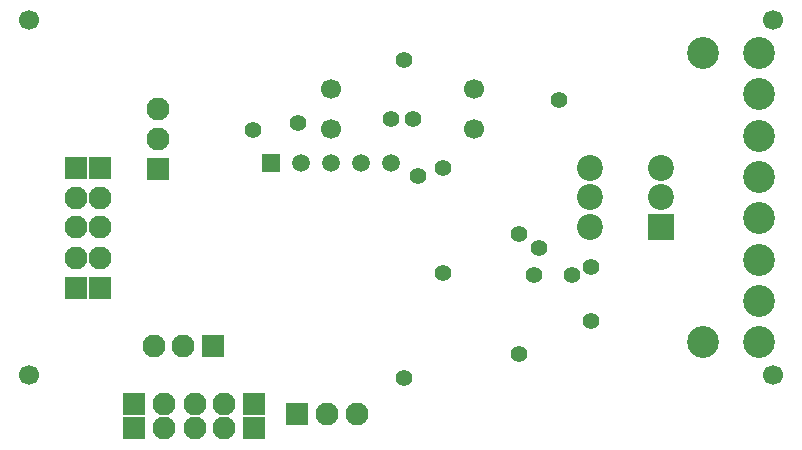
<source format=gbs>
%FSLAX42Y42*%
%MOMM*%
G71*
G01*
G75*
%ADD10O,2.00X0.50*%
%ADD11O,0.50X2.00*%
%ADD12R,0.50X2.00*%
%ADD13R,0.80X0.95*%
%ADD14R,0.90X0.95*%
%ADD15R,0.95X0.90*%
%ADD16R,0.95X0.80*%
%ADD17O,2.00X0.60*%
%ADD18R,2.00X0.50*%
%ADD19R,0.91X0.91*%
%ADD20R,1.27X0.91*%
%ADD21R,1.50X1.25*%
%ADD22R,2.30X1.90*%
%ADD23C,0.50*%
%ADD24C,1.75*%
%ADD25R,1.75X1.75*%
%ADD26C,2.50*%
%ADD27C,1.50*%
%ADD28C,2.00*%
%ADD29R,2.00X2.00*%
%ADD30C,1.30*%
%ADD31R,1.30X1.30*%
%ADD32C,1.20*%
%ADD33C,0.45*%
%ADD34O,2.20X0.70*%
%ADD35O,0.70X2.20*%
%ADD36R,0.70X2.20*%
%ADD37R,1.00X1.15*%
%ADD38R,1.10X1.15*%
%ADD39R,1.15X1.10*%
%ADD40R,1.15X1.00*%
%ADD41O,2.20X0.80*%
%ADD42R,2.20X0.70*%
%ADD43R,1.12X1.12*%
%ADD44R,1.47X1.12*%
%ADD45R,1.70X1.45*%
%ADD46R,2.50X2.10*%
%ADD47C,1.95*%
%ADD48R,1.95X1.95*%
%ADD49C,2.70*%
%ADD50C,1.70*%
%ADD51C,2.20*%
%ADD52R,2.20X2.20*%
%ADD53C,1.50*%
%ADD54R,1.50X1.50*%
%ADD55C,1.40*%
D47*
X4225Y670D02*
D03*
X3975D02*
D03*
X2542Y2995D02*
D03*
Y3245D02*
D03*
X2755Y1240D02*
D03*
X2505D02*
D03*
X1850Y2498D02*
D03*
Y2248D02*
D03*
Y1990D02*
D03*
X2050D02*
D03*
Y2248D02*
D03*
Y2498D02*
D03*
X2595Y753D02*
D03*
X2850D02*
D03*
X3100D02*
D03*
X2595Y550D02*
D03*
X2850D02*
D03*
X3100D02*
D03*
D48*
X3720Y670D02*
D03*
X2542Y2740D02*
D03*
X3010Y1240D02*
D03*
X1850Y2752D02*
D03*
Y1735D02*
D03*
X2050D02*
D03*
Y2752D02*
D03*
X2340Y753D02*
D03*
X3355D02*
D03*
X2340Y550D02*
D03*
X3355D02*
D03*
D49*
X7157Y3722D02*
D03*
Y1273D02*
D03*
X7628Y1973D02*
D03*
Y1623D02*
D03*
Y1273D02*
D03*
Y3023D02*
D03*
Y2673D02*
D03*
Y2323D02*
D03*
Y3722D02*
D03*
Y3372D02*
D03*
D50*
X7750Y1000D02*
D03*
Y4000D02*
D03*
X1450Y1000D02*
D03*
Y4000D02*
D03*
X5220Y3080D02*
D03*
X4005D02*
D03*
Y3420D02*
D03*
X5220Y3420D02*
D03*
D51*
X6200Y2250D02*
D03*
Y2500D02*
D03*
X6800D02*
D03*
Y2750D02*
D03*
X6200D02*
D03*
D52*
X6800Y2250D02*
D03*
D53*
X4515Y2792D02*
D03*
X4260D02*
D03*
X4005D02*
D03*
X3755D02*
D03*
D54*
X3500D02*
D03*
D55*
X4745Y2685D02*
D03*
X5728Y1840D02*
D03*
X6050D02*
D03*
X6203Y1915D02*
D03*
Y1450D02*
D03*
X5600Y1175D02*
D03*
Y2190D02*
D03*
X5767Y2073D02*
D03*
X4620Y3662D02*
D03*
X4515Y3165D02*
D03*
X4703D02*
D03*
X4953Y2750D02*
D03*
Y1858D02*
D03*
X4620Y970D02*
D03*
X5933Y3322D02*
D03*
X3342Y3073D02*
D03*
X3725Y3127D02*
D03*
M02*

</source>
